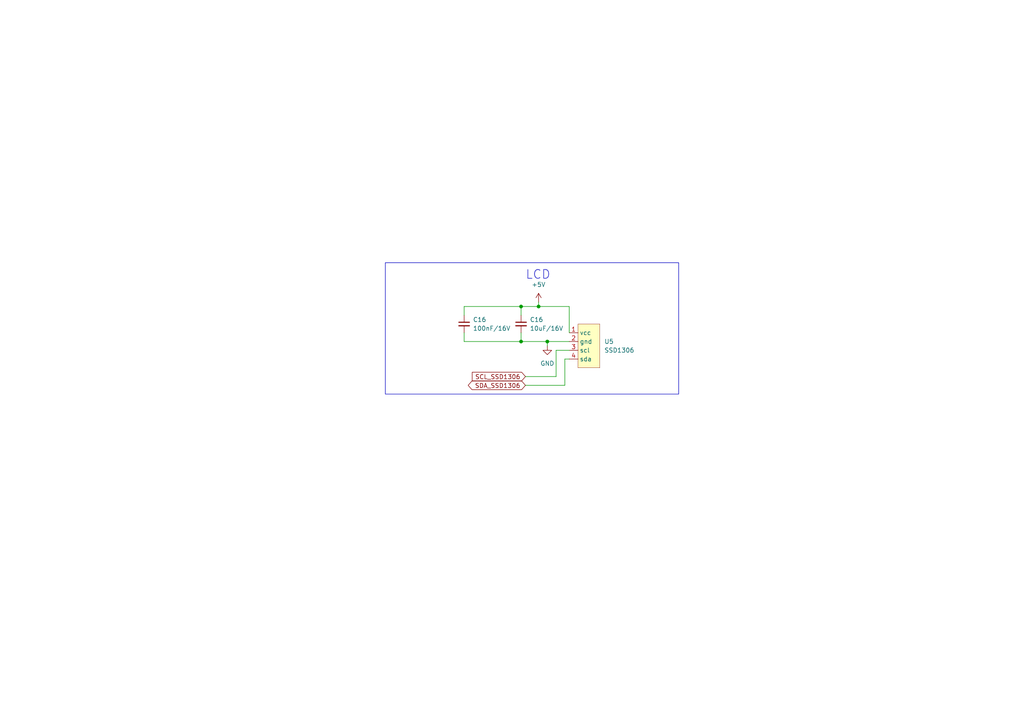
<source format=kicad_sch>
(kicad_sch (version 20230121) (generator eeschema)
  (paper "A4")
  (title_block (title "LCD") (date "2023-12-10"))
  (lib_symbols
    (symbol "Device:C_Small" (pin_numbers hide) (pin_names (offset 0.254) hide)
      (property "Reference" "C" (at 0.254 1.778 0))
      (property "Value" "C_Small" (at 0.254 -2.032 0))
      (symbol "C_Small_0_1"
        (polyline (pts (xy -1.524 -0.508) (xy 1.524 -0.508)) (stroke (width 0.3302)))
        (polyline (pts (xy -1.524 0.508) (xy 1.524 0.508)) (stroke (width 0.3048)))
      )
      (symbol "C_Small_1_1"
        (pin passive line (at 0 2.54 270) (length 2.032) (name "~") (number "1"))
        (pin passive line (at 0 -2.54 90) (length 2.032) (name "~") (number "2"))
      )
    )
    (symbol "power:+5V" (power) (pin_names (offset 0))
      (property "Value" "+5V" (at 0 3.556 0))
      (symbol "+5V_0_1"
        (polyline (pts (xy -0.762 1.27) (xy 0 2.54)))
        (polyline (pts (xy 0 0) (xy 0 2.54)))
        (polyline (pts (xy 0 2.54) (xy 0.762 1.27)))
      )
      (symbol "+5V_1_1"
        (pin power_in line (at 0 0 90) (length 0) hide (name "+5V") (number "1"))
      )
    )
    (symbol "power:GND" (power) (pin_names (offset 0))
      (property "Value" "GND" (at 0 -3.81 0))
      (symbol "GND_0_1"
        (polyline (pts (xy 0 0) (xy 0 -1.27) (xy 1.27 -1.27) (xy 0 -2.54) (xy -1.27 -1.27) (xy 0 -1.27)))
      )
      (symbol "GND_1_1"
        (pin power_in line (at 0 0 270) (length 0) hide (name "GND") (number "1"))
      )
    )
    (symbol "ssd1306_module_i2c:SSD1306"
      (property "Reference" "U" (at -5.08 7.62 0))
      (property "Value" "SSD1306" (at 2.54 7.62 0))
      (symbol "SSD1306_1_1"
        (rectangle (start -6.35 6.35) (end 6.35 0) (stroke (width 0.0254)) (fill (type background)))
        (pin input line (at -3.81 -2.54 90) (length 2.54) (name "vcc") (number "1"))
        (pin input line (at -1.27 -2.54 90) (length 2.54) (name "gnd") (number "2"))
        (pin input line (at 1.27 -2.54 90) (length 2.54) (name "scl") (number "3"))
        (pin bidirectional line (at 3.81 -2.54 90) (length 2.54) (name "sda") (number "4"))
      )
    )
  )
  (junction (at 156.21 88.9))
  (junction (at 151.13 88.9))
  (junction (at 158.75 99.06))
  (junction (at 151.13 99.06))
  (wire (pts (xy 134.62 88.9) (xy 151.13 88.9)))
  (wire (pts (xy 151.13 88.9) (xy 156.21 88.9)))
  (wire (pts (xy 134.62 99.06) (xy 151.13 99.06)))
  (wire (pts (xy 156.21 88.9) (xy 165.1 88.9)))
  (wire (pts (xy 158.75 100.33) (xy 158.75 99.06)))
  (wire (pts (xy 163.83 104.14) (xy 163.83 111.76)))
  (wire (pts (xy 151.13 96.52) (xy 151.13 99.06)))
  (wire (pts (xy 134.62 91.44) (xy 134.62 88.9)))
  (wire (pts (xy 151.13 99.06) (xy 158.75 99.06)))
  (wire (pts (xy 165.1 88.9) (xy 165.1 96.52)))
  (wire (pts (xy 163.83 104.14) (xy 165.1 104.14)))
  (wire (pts (xy 161.29 101.6) (xy 161.29 109.22)))
  (wire (pts (xy 151.13 88.9) (xy 151.13 91.44)))
  (wire (pts (xy 156.21 87.63) (xy 156.21 88.9)))
  (wire (pts (xy 134.62 96.52) (xy 134.62 99.06)))
  (wire (pts (xy 165.1 101.6) (xy 161.29 101.6)))
  (wire (pts (xy 152.4 109.22) (xy 161.29 109.22)))
  (wire (pts (xy 152.4 111.76) (xy 163.83 111.76)))
  (wire (pts (xy 158.75 99.06) (xy 165.1 99.06)))
  (rectangle (start 111.76 76.2) (end 196.85 114.3))
  (text "LCD\n" (at 152.4 81.28 0) (effects (font (size 2.54 2.54)) (justify left bottom)))
  (global_label "SCL_SSD1306" (shape input) (at 152.4 109.22 180) (property "Intersheetrefs" "${INTERSHEET_REFS}" (effects hide)))
  (global_label "SDA_SSD1306" (shape bidirectional) (at 152.4 111.76 180) (property "Intersheetrefs" "${INTERSHEET_REFS}" (effects hide)))
  (symbol (lib_id "power:+5V") (at 156.21 87.63 0) (unit 1)
    (property "Reference" "#PWR017" (effects hide))
    (property "Value" "+5V" (at 156.21 82.55 0))
  )
  (symbol (lib_id "ssd1306_module_i2c:SSD1306") (at 167.64 100.33 270) (unit 1)
    (property "Reference" "U5" (at 175.26 99.06 90) (effects (justify left)))
    (property "Value" "SSD1306" (at 175.26 101.6 90) (effects (justify left)))
    (property "Footprint" "SSD1306_I2C:SSD1306" (effects hide))
    (property "Description" "LCD OLED SSD1306 0.96inch 128x64" (effects hide))
    (property "URL" "https://www.thegioiic.com/lcd-oled-ssd1306-0-96inch-128x64-chu-trang-4-chan-giao-tiep-iic" (effects hide))
  )
  (symbol (lib_id "Device:C_Small") (at 134.62 93.98 0) (unit 1)
    (property "Reference" "C16" (at 137.16 92.7163 0) (effects (justify left)))
    (property "Value" "100nF/16V" (at 137.16 95.2563 0) (effects (justify left)))
    (property "Footprint" "Capacitor_SMD:C_0603_1608Metric_Pad1.08x0.95mm_HandSolder" (effects hide))
    (property "URL" "https://www.thegioiic.com/tu-gom-0603-100nf-0-1uf-16v" (effects hide))
    (instances (project "Brightness_Meter" (path "" (reference "C16") (unit 1)) (path "" (reference "C19") (unit 1)) (path "" (reference "C34") (unit 1)) (path "" (reference "C54") (unit 1))))
  )
  (symbol (lib_id "power:GND") (at 158.75 100.33 0) (unit 1)
    (property "Reference" "#PWR018" (effects hide))
    (property "Value" "GND" (at 158.75 105.41 0))
  )
  (symbol (lib_id "Device:C_Small") (at 151.13 93.98 0) (unit 1)
    (property "Reference" "C16" (at 153.67 92.7163 0) (effects (justify left)))
    (property "Value" "10uF/16V" (at 153.67 95.2563 0) (effects (justify left)))
    (property "Footprint" "Capacitor_SMD:C_0603_1608Metric_Pad1.08x0.95mm_HandSolder" (effects hide))
    (property "URL" "https://www.thegioiic.com/tu-gom-0603-10uf-16v" (effects hide))
    (instances (project "Brightness_Meter" (path "" (reference "C16") (unit 1)) (path "" (reference "C24") (unit 1)) (path "" (reference "C31") (unit 1)) (path "" (reference "C53") (unit 1))))
  )
)
</source>
